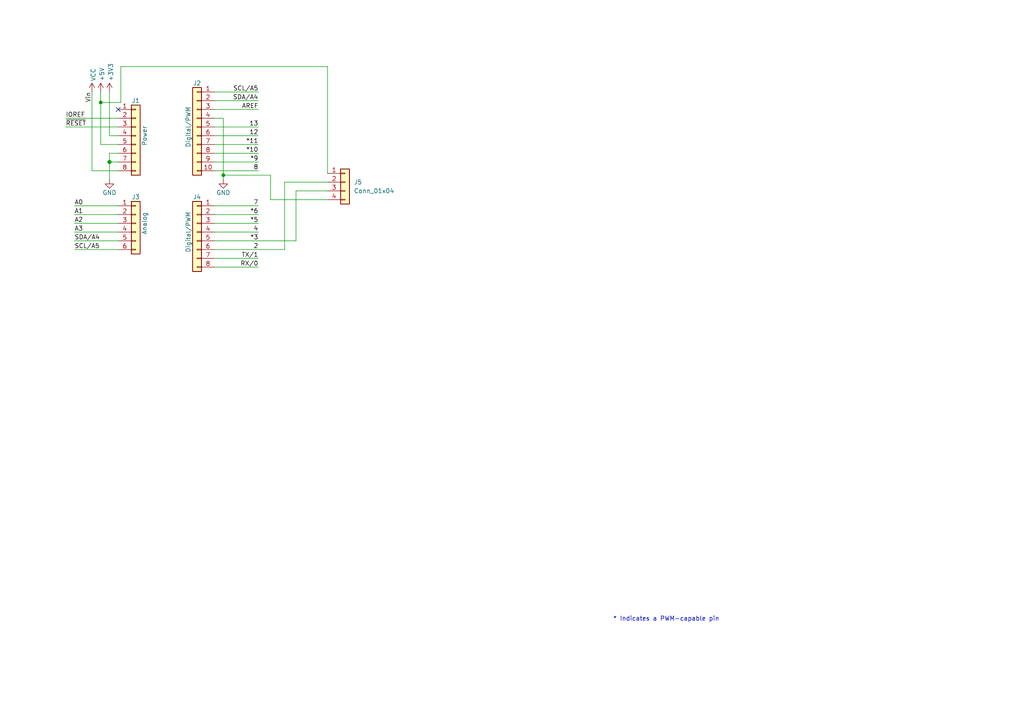
<source format=kicad_sch>
(kicad_sch (version 20230121) (generator eeschema)
  (paper "A4")
  (title_block (date "mar. 31 mars 2015"))
  (lib_symbols
    (symbol "Connector_Generic:Conn_01x04" (pin_names (offset 1.016) hide)
      (property "Reference" "J" (at 0 5.08 0))
      (property "Value" "Conn_01x04" (at 0 -7.62 0))
      (symbol "Conn_01x04_1_1"
        (rectangle (start -1.27 -4.953) (end 0 -5.207) (stroke (width 0.1524)))
        (rectangle (start -1.27 -2.413) (end 0 -2.667) (stroke (width 0.1524)))
        (rectangle (start -1.27 0.127) (end 0 -0.127) (stroke (width 0.1524)))
        (rectangle (start -1.27 2.667) (end 0 2.413) (stroke (width 0.1524)))
        (rectangle (start -1.27 3.81) (end 1.27 -6.35) (stroke (width 0.254)) (fill (type background)))
        (pin passive line (at -5.08 2.54 0) (length 3.81) (name "Pin_1") (number "1"))
        (pin passive line (at -5.08 0 0) (length 3.81) (name "Pin_2") (number "2"))
        (pin passive line (at -5.08 -2.54 0) (length 3.81) (name "Pin_3") (number "3"))
        (pin passive line (at -5.08 -5.08 0) (length 3.81) (name "Pin_4") (number "4"))
      )
    )
    (symbol "Connector_Generic:Conn_01x06" (pin_names (offset 1.016) hide)
      (property "Reference" "J" (at 0 7.62 0))
      (property "Value" "Conn_01x06" (at 0 -10.16 0))
      (symbol "Conn_01x06_1_1"
        (rectangle (start -1.27 -7.493) (end 0 -7.747) (stroke (width 0.1524)))
        (rectangle (start -1.27 -4.953) (end 0 -5.207) (stroke (width 0.1524)))
        (rectangle (start -1.27 -2.413) (end 0 -2.667) (stroke (width 0.1524)))
        (rectangle (start -1.27 0.127) (end 0 -0.127) (stroke (width 0.1524)))
        (rectangle (start -1.27 2.667) (end 0 2.413) (stroke (width 0.1524)))
        (rectangle (start -1.27 5.207) (end 0 4.953) (stroke (width 0.1524)))
        (rectangle (start -1.27 6.35) (end 1.27 -8.89) (stroke (width 0.254)) (fill (type background)))
        (pin passive line (at -5.08 5.08 0) (length 3.81) (name "Pin_1") (number "1"))
        (pin passive line (at -5.08 2.54 0) (length 3.81) (name "Pin_2") (number "2"))
        (pin passive line (at -5.08 0 0) (length 3.81) (name "Pin_3") (number "3"))
        (pin passive line (at -5.08 -2.54 0) (length 3.81) (name "Pin_4") (number "4"))
        (pin passive line (at -5.08 -5.08 0) (length 3.81) (name "Pin_5") (number "5"))
        (pin passive line (at -5.08 -7.62 0) (length 3.81) (name "Pin_6") (number "6"))
      )
    )
    (symbol "Connector_Generic:Conn_01x08" (pin_names (offset 1.016) hide)
      (property "Reference" "J" (at 0 10.16 0))
      (property "Value" "Conn_01x08" (at 0 -12.7 0))
      (symbol "Conn_01x08_1_1"
        (rectangle (start -1.27 -10.033) (end 0 -10.287) (stroke (width 0.1524)))
        (rectangle (start -1.27 -7.493) (end 0 -7.747) (stroke (width 0.1524)))
        (rectangle (start -1.27 -4.953) (end 0 -5.207) (stroke (width 0.1524)))
        (rectangle (start -1.27 -2.413) (end 0 -2.667) (stroke (width 0.1524)))
        (rectangle (start -1.27 0.127) (end 0 -0.127) (stroke (width 0.1524)))
        (rectangle (start -1.27 2.667) (end 0 2.413) (stroke (width 0.1524)))
        (rectangle (start -1.27 5.207) (end 0 4.953) (stroke (width 0.1524)))
        (rectangle (start -1.27 7.747) (end 0 7.493) (stroke (width 0.1524)))
        (rectangle (start -1.27 8.89) (end 1.27 -11.43) (stroke (width 0.254)) (fill (type background)))
        (pin passive line (at -5.08 7.62 0) (length 3.81) (name "Pin_1") (number "1"))
        (pin passive line (at -5.08 5.08 0) (length 3.81) (name "Pin_2") (number "2"))
        (pin passive line (at -5.08 2.54 0) (length 3.81) (name "Pin_3") (number "3"))
        (pin passive line (at -5.08 0 0) (length 3.81) (name "Pin_4") (number "4"))
        (pin passive line (at -5.08 -2.54 0) (length 3.81) (name "Pin_5") (number "5"))
        (pin passive line (at -5.08 -5.08 0) (length 3.81) (name "Pin_6") (number "6"))
        (pin passive line (at -5.08 -7.62 0) (length 3.81) (name "Pin_7") (number "7"))
        (pin passive line (at -5.08 -10.16 0) (length 3.81) (name "Pin_8") (number "8"))
      )
    )
    (symbol "Connector_Generic:Conn_01x10" (pin_names (offset 1.016) hide)
      (property "Reference" "J" (at 0 12.7 0))
      (property "Value" "Conn_01x10" (at 0 -15.24 0))
      (symbol "Conn_01x10_1_1"
        (rectangle (start -1.27 -12.573) (end 0 -12.827) (stroke (width 0.1524)))
        (rectangle (start -1.27 -10.033) (end 0 -10.287) (stroke (width 0.1524)))
        (rectangle (start -1.27 -7.493) (end 0 -7.747) (stroke (width 0.1524)))
        (rectangle (start -1.27 -4.953) (end 0 -5.207) (stroke (width 0.1524)))
        (rectangle (start -1.27 -2.413) (end 0 -2.667) (stroke (width 0.1524)))
        (rectangle (start -1.27 0.127) (end 0 -0.127) (stroke (width 0.1524)))
        (rectangle (start -1.27 2.667) (end 0 2.413) (stroke (width 0.1524)))
        (rectangle (start -1.27 5.207) (end 0 4.953) (stroke (width 0.1524)))
        (rectangle (start -1.27 7.747) (end 0 7.493) (stroke (width 0.1524)))
        (rectangle (start -1.27 10.287) (end 0 10.033) (stroke (width 0.1524)))
        (rectangle (start -1.27 11.43) (end 1.27 -13.97) (stroke (width 0.254)) (fill (type background)))
        (pin passive line (at -5.08 10.16 0) (length 3.81) (name "Pin_1") (number "1"))
        (pin passive line (at -5.08 -12.7 0) (length 3.81) (name "Pin_10") (number "10"))
        (pin passive line (at -5.08 7.62 0) (length 3.81) (name "Pin_2") (number "2"))
        (pin passive line (at -5.08 5.08 0) (length 3.81) (name "Pin_3") (number "3"))
        (pin passive line (at -5.08 2.54 0) (length 3.81) (name "Pin_4") (number "4"))
        (pin passive line (at -5.08 0 0) (length 3.81) (name "Pin_5") (number "5"))
        (pin passive line (at -5.08 -2.54 0) (length 3.81) (name "Pin_6") (number "6"))
        (pin passive line (at -5.08 -5.08 0) (length 3.81) (name "Pin_7") (number "7"))
        (pin passive line (at -5.08 -7.62 0) (length 3.81) (name "Pin_8") (number "8"))
        (pin passive line (at -5.08 -10.16 0) (length 3.81) (name "Pin_9") (number "9"))
      )
    )
    (symbol "power:+3V3" (power) (pin_names (offset 0))
      (property "Value" "+3V3" (at 0 3.556 0))
      (symbol "+3V3_0_1"
        (polyline (pts (xy -0.762 1.27) (xy 0 2.54)))
        (polyline (pts (xy 0 0) (xy 0 2.54)))
        (polyline (pts (xy 0 2.54) (xy 0.762 1.27)))
      )
      (symbol "+3V3_1_1"
        (pin power_in line (at 0 0 90) (length 0) hide (name "+3V3") (number "1"))
      )
    )
    (symbol "power:+5V" (power) (pin_names (offset 0))
      (property "Value" "+5V" (at 0 3.556 0))
      (symbol "+5V_0_1"
        (polyline (pts (xy -0.762 1.27) (xy 0 2.54)))
        (polyline (pts (xy 0 0) (xy 0 2.54)))
        (polyline (pts (xy 0 2.54) (xy 0.762 1.27)))
      )
      (symbol "+5V_1_1"
        (pin power_in line (at 0 0 90) (length 0) hide (name "+5V") (number "1"))
      )
    )
    (symbol "power:GND" (power) (pin_names (offset 0))
      (property "Value" "GND" (at 0 -3.81 0))
      (symbol "GND_0_1"
        (polyline (pts (xy 0 0) (xy 0 -1.27) (xy 1.27 -1.27) (xy 0 -2.54) (xy -1.27 -1.27) (xy 0 -1.27)))
      )
      (symbol "GND_1_1"
        (pin power_in line (at 0 0 270) (length 0) hide (name "GND") (number "1"))
      )
    )
    (symbol "power:VCC" (power) (pin_names (offset 0))
      (property "Value" "VCC" (at 0 3.81 0))
      (symbol "VCC_0_1"
        (polyline (pts (xy -0.762 1.27) (xy 0 2.54)))
        (polyline (pts (xy 0 0) (xy 0 2.54)))
        (polyline (pts (xy 0 2.54) (xy 0.762 1.27)))
      )
      (symbol "VCC_1_1"
        (pin power_in line (at 0 0 90) (length 0) hide (name "VCC") (number "1"))
      )
    )
  )
  (junction (at 31.75 46.99) (diameter 1.016))
  (junction (at 29.21 29.718))
  (junction (at 64.77 50.8))
  (no_connect (at 34.29 31.75))
  (wire (pts (xy 62.23 77.47) (xy 74.93 77.47)))
  (wire (pts (xy 35.052 29.718) (xy 29.21 29.718)))
  (wire (pts (xy 62.23 44.45) (xy 74.93 44.45)))
  (wire (pts (xy 62.23 26.67) (xy 74.93 26.67)))
  (wire (pts (xy 78.486 50.8) (xy 64.77 50.8)))
  (wire (pts (xy 31.75 44.45) (xy 31.75 46.99)))
  (wire (pts (xy 21.59 72.39) (xy 34.29 72.39)))
  (wire (pts (xy 31.75 46.99) (xy 31.75 52.07)))
  (wire (pts (xy 31.75 39.37) (xy 34.29 39.37)))
  (wire (pts (xy 29.21 41.91) (xy 34.29 41.91)))
  (wire (pts (xy 29.21 26.67) (xy 29.21 29.718)))
  (wire (pts (xy 29.21 29.718) (xy 29.21 41.91)))
  (wire (pts (xy 62.23 36.83) (xy 74.93 36.83)))
  (wire (pts (xy 31.75 26.67) (xy 31.75 39.37)))
  (wire (pts (xy 62.23 59.69) (xy 74.93 59.69)))
  (wire (pts (xy 34.29 59.69) (xy 21.59 59.69)))
  (wire (pts (xy 94.996 57.912) (xy 78.486 57.912)))
  (wire (pts (xy 62.23 39.37) (xy 74.93 39.37)))
  (wire (pts (xy 85.852 55.372) (xy 85.852 69.85)))
  (wire (pts (xy 62.23 62.23) (xy 74.93 62.23)))
  (wire (pts (xy 62.23 46.99) (xy 74.93 46.99)))
  (wire (pts (xy 62.23 67.31) (xy 74.93 67.31)))
  (wire (pts (xy 64.77 50.8) (xy 64.77 52.07)))
  (wire (pts (xy 82.55 52.832) (xy 82.55 72.39)))
  (wire (pts (xy 19.05 34.29) (xy 34.29 34.29)))
  (wire (pts (xy 64.77 34.29) (xy 64.77 50.8)))
  (wire (pts (xy 62.23 31.75) (xy 74.93 31.75)))
  (wire (pts (xy 35.052 19.304) (xy 35.052 29.718)))
  (wire (pts (xy 34.29 64.77) (xy 21.59 64.77)))
  (wire (pts (xy 19.05 36.83) (xy 34.29 36.83)))
  (wire (pts (xy 34.29 46.99) (xy 31.75 46.99)))
  (wire (pts (xy 94.996 50.292) (xy 94.996 19.304)))
  (wire (pts (xy 34.29 49.53) (xy 26.67 49.53)))
  (wire (pts (xy 21.59 62.23) (xy 34.29 62.23)))
  (wire (pts (xy 62.23 34.29) (xy 64.77 34.29)))
  (wire (pts (xy 34.29 44.45) (xy 31.75 44.45)))
  (wire (pts (xy 62.23 41.91) (xy 74.93 41.91)))
  (wire (pts (xy 62.23 64.77) (xy 74.93 64.77)))
  (wire (pts (xy 21.59 67.31) (xy 34.29 67.31)))
  (wire (pts (xy 94.996 55.372) (xy 85.852 55.372)))
  (wire (pts (xy 94.996 19.304) (xy 35.052 19.304)))
  (wire (pts (xy 62.23 29.21) (xy 74.93 29.21)))
  (wire (pts (xy 62.23 72.39) (xy 82.55 72.39)))
  (wire (pts (xy 94.996 52.832) (xy 82.55 52.832)))
  (wire (pts (xy 62.23 69.85) (xy 85.852 69.85)))
  (wire (pts (xy 78.486 57.912) (xy 78.486 50.8)))
  (wire (pts (xy 62.23 74.93) (xy 74.93 74.93)))
  (wire (pts (xy 26.67 49.53) (xy 26.67 26.67)))
  (wire (pts (xy 34.29 69.85) (xy 21.59 69.85)))
  (wire (pts (xy 62.23 49.53) (xy 74.93 49.53)))
  (text "* Indicates a PWM-capable pin" (at 177.8 180.34 0) (effects (font (size 1.27 1.27)) (justify left bottom)))
  (label "RX{slash}0" (at 74.93 77.47 180))
  (label "A2" (at 21.59 64.77 0))
  (label "4" (at 74.93 67.31 180))
  (label "2" (at 74.93 72.39 180))
  (label "A3" (at 21.59 67.31 0))
  (label "13" (at 74.93 36.83 180))
  (label "12" (at 74.93 39.37 180))
  (label "~{RESET}" (at 19.05 36.83 0))
  (label "*10" (at 74.93 44.45 180))
  (label "7" (at 74.93 59.69 180))
  (label "SDA{slash}A4" (at 74.93 29.21 180))
  (label "8" (at 74.93 49.53 180))
  (label "*11" (at 74.93 41.91 180))
  (label "*3" (at 74.93 69.85 180))
  (label "A1" (at 21.59 62.23 0))
  (label "TX{slash}1" (at 74.93 74.93 180))
  (label "A0" (at 21.59 59.69 0))
  (label "AREF" (at 74.93 31.75 180))
  (label "Vin" (at 26.67 26.67 270))
  (label "*6" (at 74.93 62.23 180))
  (label "SCL{slash}A5" (at 74.93 26.67 180))
  (label "*9" (at 74.93 46.99 180))
  (label "*5" (at 74.93 64.77 180))
  (label "IOREF" (at 19.05 34.29 0))
  (label "SDA{slash}A4" (at 21.59 69.85 0))
  (label "SCL{slash}A5" (at 21.59 72.39 0))
  (symbol (lib_id "Connector_Generic:Conn_01x08") (at 39.37 39.37 0) (unit 1)
    (property "Reference" "J1" (at 39.37 29.21 0))
    (property "Value" "Power" (at 41.91 39.37 90))
    (property "Footprint" "Connector_PinSocket_2.54mm:PinSocket_1x08_P2.54mm_Vertical" (effects hide))
  )
  (symbol (lib_id "power:+3V3") (at 31.75 26.67 0) (unit 1)
    (property "Reference" "#PWR03" (effects hide))
    (property "Value" "+3.3V" (at 32.131 23.622 90) (effects (justify left)))
  )
  (symbol (lib_id "power:+5V") (at 29.21 26.67 0) (unit 1)
    (property "Reference" "#PWR02" (effects hide))
    (property "Value" "+5V" (at 29.5656 23.622 90) (effects (justify left)))
  )
  (symbol (lib_id "power:GND") (at 31.75 52.07 0) (unit 1)
    (property "Reference" "#PWR04" (effects hide))
    (property "Value" "GND" (at 31.75 55.88 0))
  )
  (symbol (lib_id "Connector_Generic:Conn_01x10") (at 57.15 36.83 0) (mirror y) (unit 1)
    (property "Reference" "J2" (at 57.15 24.13 0))
    (property "Value" "Digital/PWM" (at 54.61 36.83 90))
    (property "Footprint" "Connector_PinSocket_2.54mm:PinSocket_1x10_P2.54mm_Vertical" (effects hide))
  )
  (symbol (lib_id "power:GND") (at 64.77 52.07 0) (unit 1)
    (property "Reference" "#PWR05" (effects hide))
    (property "Value" "GND" (at 64.77 55.88 0))
  )
  (symbol (lib_id "Connector_Generic:Conn_01x06") (at 39.37 64.77 0) (unit 1)
    (property "Reference" "J3" (at 39.37 57.15 0))
    (property "Value" "Analog" (at 41.91 64.77 90))
    (property "Footprint" "Connector_PinSocket_2.54mm:PinSocket_1x06_P2.54mm_Vertical" (effects hide))
  )
  (symbol (lib_id "Connector_Generic:Conn_01x08") (at 57.15 67.31 0) (mirror y) (unit 1)
    (property "Reference" "J4" (at 57.15 57.15 0))
    (property "Value" "Digital/PWM" (at 54.61 67.31 90))
    (property "Footprint" "Connector_PinSocket_2.54mm:PinSocket_1x08_P2.54mm_Vertical" (effects hide))
  )
  (symbol (lib_id "power:VCC") (at 26.67 26.67 0) (unit 1)
    (property "Reference" "#PWR01" (effects hide))
    (property "Value" "VCC" (at 27.051 23.622 90) (effects (justify left)))
  )
  (symbol (lib_id "Connector_Generic:Conn_01x04") (at 100.076 52.832 0) (unit 1)
    (property "Reference" "J5" (at 102.616 52.832 0) (effects (justify left)))
    (property "Value" "Conn_01x04" (at 102.616 55.372 0) (effects (justify left)))
    (property "Footprint" "Connector_Molex:Molex_SPOX_5267-04A_1x04_P2.50mm_Vertical" (effects hide))
  )
)
</source>
